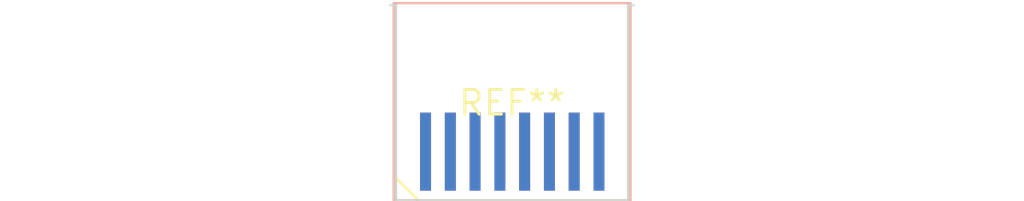
<source format=kicad_pcb>
(kicad_pcb (version 20240108) (generator pcbnew)
  (layers (0 "F.Cu" signal) (31 "B.Cu" signal) (34 "B.Paste" user) (35 "F.Paste" user) (36 "B.SilkS" user "B.Silkscreen") (37 "F.SilkS" user "F.Silkscreen") (38 "B.Mask" user) (39 "F.Mask" user) (44 "Edge.Cuts" user))
  (net 0 "")
  (footprint "Samtec_MECF-08-0_-NP-L-DV_2x08_P1.27mm_Edge" (layer "F.Cu") (at 0 0)
    (property "Reference" "REF**")
    (property "Value" "Samtec_MECF-08-0_-NP-L-DV_2x08_P1.27mm_Edge")
    (fp_line (start -6.07 -5.11) (end 6.07 -5.11) (layer "B.SilkS") (stroke (width 0.12)))
    (fp_line (start -6.07 5) (end -6.07 -5.11) (layer "B.SilkS") (stroke (width 0.12)))
    (fp_line (start -6.07 5) (end 6.07 5) (layer "B.SilkS") (stroke (width 0.12)))
    (fp_line (start 6.07 5) (end 6.07 -5.11) (layer "B.SilkS") (stroke (width 0.12)))
    (fp_line (start -6.07 -5.11) (end 6.07 -5.11) (layer "F.SilkS") (stroke (width 0.12)))
    (fp_line (start -6.07 3.73) (end -6.07 -5.11) (layer "F.SilkS") (stroke (width 0.12)))
    (fp_line (start -4.8 5) (end -6.07 3.73) (layer "F.SilkS") (stroke (width 0.12)))
    (fp_line (start -4.8 5) (end 6.07 5) (layer "F.SilkS") (stroke (width 0.12)))
    (fp_line (start 6.07 5) (end 6.07 -5.11) (layer "F.SilkS") (stroke (width 0.12)))
    (fp_line (start -6.25 -5) (end -5.955 -5) (layer "Edge.Cuts") (stroke (width 0.12)))
    (fp_line (start -5.955 5) (end -5.955 -5) (layer "Edge.Cuts") (stroke (width 0.12)))
    (fp_line (start -5.955 5) (end 5.955 5) (layer "Edge.Cuts") (stroke (width 0.12)))
    (fp_line (start 5.955 5) (end 5.955 -5) (layer "Edge.Cuts") (stroke (width 0.12)))
    (fp_line (start 6.25 -5) (end 5.955 -5) (layer "Edge.Cuts") (stroke (width 0.12)))
    (pad "1" connect rect (at -4.435 2.5) (size 0.56 4) (layers "F.Cu" "F.Mask"))
    (pad "2" connect rect (at -4.435 2.5) (size 0.56 4) (layers "B.Cu" "B.Mask"))
    (pad "3" connect rect (at -3.165 2.5) (size 0.56 4) (layers "F.Cu" "F.Mask"))
    (pad "4" connect rect (at -3.165 2.5) (size 0.56 4) (layers "B.Cu" "B.Mask"))
    (pad "5" connect rect (at -1.895 2.5) (size 0.56 4) (layers "F.Cu" "F.Mask"))
    (pad "6" connect rect (at -1.895 2.5) (size 0.56 4) (layers "B.Cu" "B.Mask"))
    (pad "7" connect rect (at -0.625 2.5) (size 0.56 4) (layers "F.Cu" "F.Mask"))
    (pad "8" connect rect (at -0.625 2.5) (size 0.56 4) (layers "B.Cu" "B.Mask"))
    (pad "9" connect rect (at 0.645 2.5) (size 0.56 4) (layers "F.Cu" "F.Mask"))
    (pad "10" connect rect (at 0.645 2.5) (size 0.56 4) (layers "B.Cu" "B.Mask"))
    (pad "11" connect rect (at 1.915 2.5) (size 0.56 4) (layers "F.Cu" "F.Mask"))
    (pad "12" connect rect (at 1.915 2.5) (size 0.56 4) (layers "B.Cu" "B.Mask"))
    (pad "13" connect rect (at 3.185 2.5) (size 0.56 4) (layers "F.Cu" "F.Mask"))
    (pad "14" connect rect (at 3.185 2.5) (size 0.56 4) (layers "B.Cu" "B.Mask"))
    (pad "15" connect rect (at 4.455 2.5) (size 0.56 4) (layers "F.Cu" "F.Mask"))
    (pad "16" connect rect (at 4.455 2.5) (size 0.56 4) (layers "B.Cu" "B.Mask"))
  )
)
</source>
